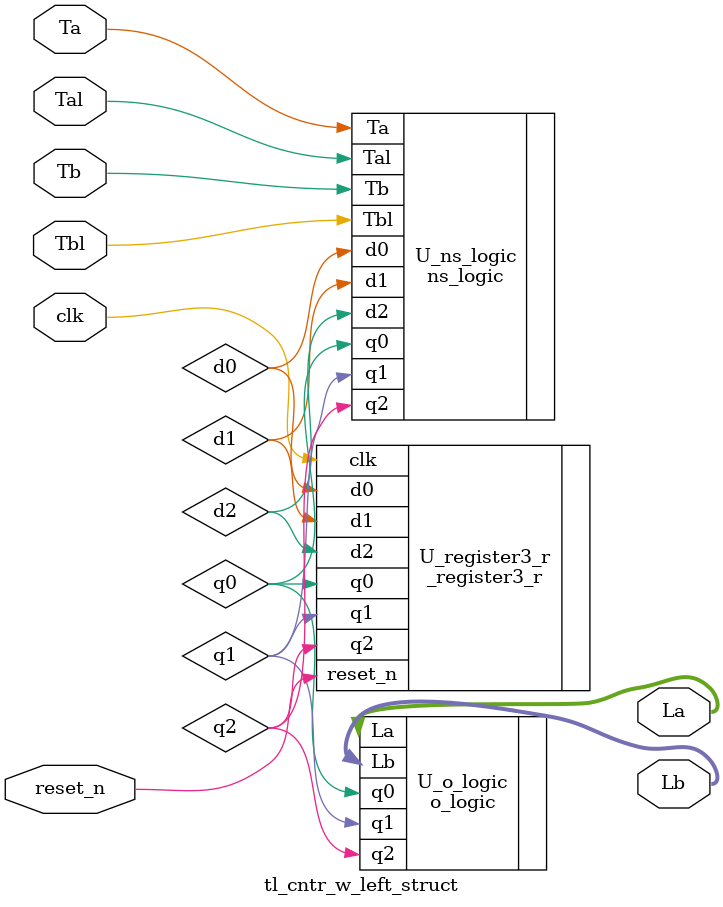
<source format=v>
module tl_cntr_w_left_struct(clk, reset_n, Ta, Tal, Tb, Tbl, La, Lb);
	input clk, reset_n;
	input Ta, Tal, Tb, Tbl;
	output [1:0] La, Lb;
	
	wire q2, q1, q0;
	wire d2, d1, d0;
	
	ns_logic U_ns_logic(.q2(q2), .q1(q1), .q0(q0), .Ta(Ta), .Tal(Tal), .Tb(Tb), .Tbl(Tbl), .d2(d2), .d1(d1), .d0(d0));
	_register3_r U_register3_r(.clk(clk), .reset_n(reset_n), .d2(d2), .d1(d1), .d0(d0), .q2(q2), .q1(q1), .q0(q0));
	o_logic U_o_logic(.q2(q2), .q1(q1), .q0(q0), .La(La), .Lb(Lb));

endmodule 
</source>
